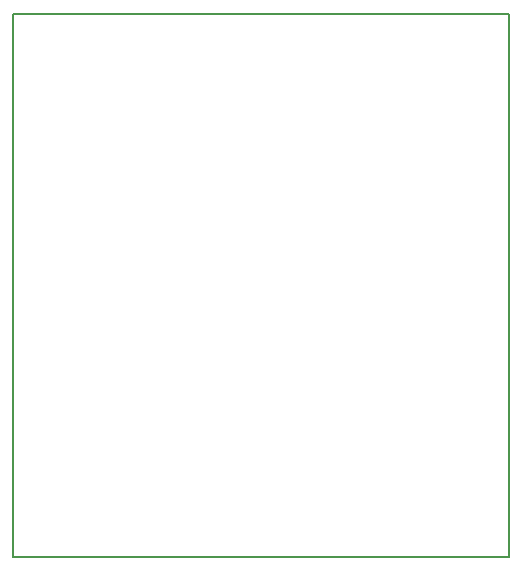
<source format=gbr>
G04 #@! TF.GenerationSoftware,KiCad,Pcbnew,5.0.2-bee76a0~70~ubuntu18.04.1*
G04 #@! TF.CreationDate,2020-01-10T13:49:31+01:00*
G04 #@! TF.ProjectId,rs422,72733432-322e-46b6-9963-61645f706362,rev?*
G04 #@! TF.SameCoordinates,Original*
G04 #@! TF.FileFunction,Profile,NP*
%FSLAX46Y46*%
G04 Gerber Fmt 4.6, Leading zero omitted, Abs format (unit mm)*
G04 Created by KiCad (PCBNEW 5.0.2-bee76a0~70~ubuntu18.04.1) date Fr 10 Jan 2020 13:49:31 CET*
%MOMM*%
%LPD*%
G01*
G04 APERTURE LIST*
%ADD10C,0.150000*%
G04 APERTURE END LIST*
D10*
X0Y-46000000D02*
X0Y0D01*
X42000000Y-46000000D02*
X0Y-46000000D01*
X42000000Y0D02*
X42000000Y-46000000D01*
X0Y0D02*
X42000000Y0D01*
M02*

</source>
